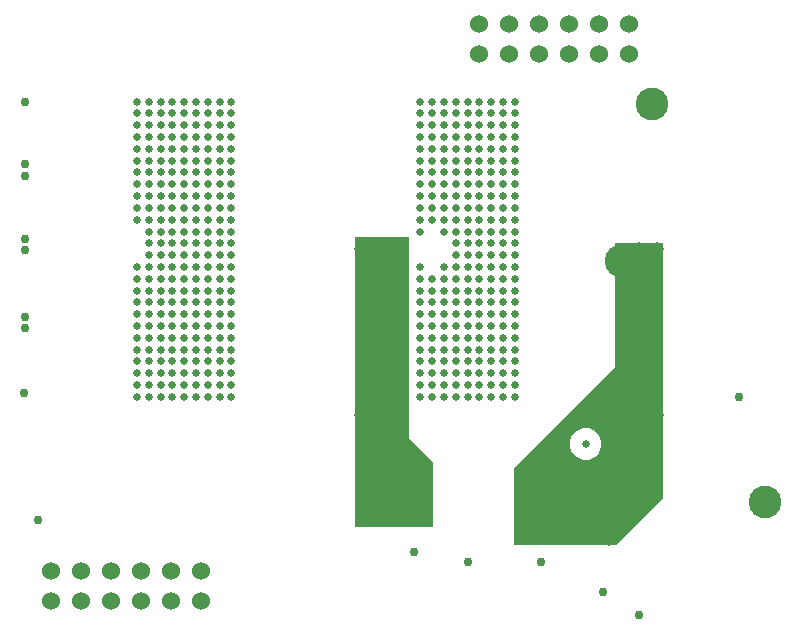
<source format=gbr>
G04 EAGLE Gerber RS-274X export*
G75*
%MOMM*%
%FSLAX34Y34*%
%LPD*%
%INCopper Layer 2*%
%IPPOS*%
%AMOC8*
5,1,8,0,0,1.08239X$1,22.5*%
G01*
%ADD10C,2.760000*%
%ADD11C,1.524000*%
%ADD12C,0.656400*%
%ADD13C,0.756400*%
%ADD14C,1.206400*%
%ADD15C,1.156400*%
%ADD16C,0.812800*%

G36*
X525050Y84631D02*
X525050Y84631D01*
X525101Y84633D01*
X525123Y84646D01*
X525149Y84650D01*
X525159Y84657D01*
X525169Y84659D01*
X525198Y84683D01*
X525220Y84698D01*
X525253Y84716D01*
X525259Y84724D01*
X525269Y84731D01*
X565269Y124731D01*
X565309Y124796D01*
X565353Y124858D01*
X565355Y124870D01*
X565360Y124878D01*
X565364Y124915D01*
X565380Y125000D01*
X565380Y340000D01*
X565369Y340050D01*
X565367Y340101D01*
X565349Y340133D01*
X565341Y340169D01*
X565308Y340208D01*
X565284Y340253D01*
X565254Y340274D01*
X565231Y340302D01*
X565184Y340323D01*
X565142Y340353D01*
X565100Y340361D01*
X565072Y340373D01*
X565042Y340372D01*
X565000Y340380D01*
X525000Y340380D01*
X524950Y340369D01*
X524899Y340367D01*
X524867Y340349D01*
X524831Y340341D01*
X524792Y340308D01*
X524747Y340284D01*
X524726Y340254D01*
X524698Y340231D01*
X524677Y340184D01*
X524647Y340142D01*
X524639Y340100D01*
X524627Y340072D01*
X524628Y340042D01*
X524620Y340000D01*
X524620Y235158D01*
X439731Y150269D01*
X439723Y150255D01*
X439720Y150253D01*
X439718Y150247D01*
X439698Y150231D01*
X439677Y150184D01*
X439647Y150142D01*
X439645Y150130D01*
X439640Y150122D01*
X439637Y150096D01*
X439627Y150072D01*
X439628Y150042D01*
X439620Y150000D01*
X439620Y85000D01*
X439631Y84950D01*
X439633Y84899D01*
X439651Y84867D01*
X439659Y84831D01*
X439692Y84792D01*
X439716Y84747D01*
X439746Y84726D01*
X439769Y84698D01*
X439816Y84677D01*
X439858Y84647D01*
X439900Y84639D01*
X439928Y84627D01*
X439958Y84628D01*
X440000Y84620D01*
X525000Y84620D01*
X525050Y84631D01*
G37*
G36*
X370050Y99631D02*
X370050Y99631D01*
X370101Y99633D01*
X370133Y99651D01*
X370169Y99659D01*
X370208Y99692D01*
X370253Y99716D01*
X370274Y99746D01*
X370302Y99769D01*
X370323Y99816D01*
X370353Y99858D01*
X370361Y99900D01*
X370373Y99928D01*
X370372Y99958D01*
X370380Y100000D01*
X370380Y155000D01*
X370363Y155074D01*
X370350Y155149D01*
X370343Y155159D01*
X370341Y155169D01*
X370317Y155198D01*
X370269Y155269D01*
X350380Y175158D01*
X350380Y345000D01*
X350369Y345050D01*
X350367Y345101D01*
X350349Y345133D01*
X350341Y345169D01*
X350308Y345208D01*
X350284Y345253D01*
X350254Y345274D01*
X350231Y345302D01*
X350184Y345323D01*
X350142Y345353D01*
X350100Y345361D01*
X350072Y345373D01*
X350042Y345372D01*
X350000Y345380D01*
X305000Y345380D01*
X304950Y345369D01*
X304899Y345367D01*
X304867Y345349D01*
X304831Y345341D01*
X304792Y345308D01*
X304747Y345284D01*
X304726Y345254D01*
X304698Y345231D01*
X304677Y345184D01*
X304647Y345142D01*
X304639Y345100D01*
X304627Y345072D01*
X304628Y345042D01*
X304620Y345000D01*
X304620Y100000D01*
X304631Y99950D01*
X304633Y99899D01*
X304651Y99867D01*
X304659Y99831D01*
X304692Y99792D01*
X304716Y99747D01*
X304746Y99726D01*
X304769Y99698D01*
X304816Y99677D01*
X304858Y99647D01*
X304900Y99639D01*
X304928Y99627D01*
X304958Y99628D01*
X305000Y99620D01*
X370000Y99620D01*
X370050Y99631D01*
G37*
%LPC*%
G36*
X497358Y156717D02*
X497358Y156717D01*
X492476Y158739D01*
X488739Y162476D01*
X486717Y167358D01*
X486717Y172642D01*
X488739Y177524D01*
X492476Y181261D01*
X497358Y183283D01*
X502642Y183283D01*
X507524Y181261D01*
X511261Y177524D01*
X513283Y172642D01*
X513283Y167358D01*
X511261Y162476D01*
X507524Y158739D01*
X502642Y156717D01*
X497358Y156717D01*
G37*
%LPD*%
D10*
X320000Y315000D03*
X530000Y325000D03*
X556000Y458000D03*
X652000Y121000D03*
D11*
X47000Y37000D03*
X47000Y62400D03*
X72400Y37000D03*
X72400Y62400D03*
X97800Y37000D03*
X97800Y62400D03*
X123200Y37000D03*
X123200Y62400D03*
X148600Y37000D03*
X148600Y62400D03*
X174000Y37000D03*
X174000Y62400D03*
X410000Y500000D03*
X410000Y525400D03*
X435400Y500000D03*
X435400Y525400D03*
X460800Y500000D03*
X460800Y525400D03*
X486200Y500000D03*
X486200Y525400D03*
X511600Y500000D03*
X511600Y525400D03*
X537000Y500000D03*
X537000Y525400D03*
D12*
X360000Y460000D03*
X360000Y450000D03*
X360000Y440000D03*
X360000Y430000D03*
X360000Y420000D03*
X360000Y410000D03*
X360000Y400000D03*
X360000Y390000D03*
X360000Y380000D03*
X360000Y370000D03*
X360000Y360000D03*
X360000Y350000D03*
X370000Y360000D03*
X370000Y370000D03*
X370000Y380000D03*
X370000Y390000D03*
X370000Y400000D03*
X370000Y410000D03*
X370000Y420000D03*
X370000Y430000D03*
X370000Y440000D03*
X370000Y450000D03*
X370000Y460000D03*
X380000Y460000D03*
X380000Y450000D03*
X380000Y440000D03*
X380000Y430000D03*
X380000Y420000D03*
X380000Y410000D03*
X380000Y400000D03*
X380000Y390000D03*
X380000Y380000D03*
X380000Y370000D03*
X380000Y360000D03*
X380000Y350000D03*
X390000Y460000D03*
X390000Y450000D03*
X390000Y440000D03*
X390000Y430000D03*
X390000Y420000D03*
X390000Y410000D03*
X390000Y400000D03*
X390000Y390000D03*
X390000Y380000D03*
X390000Y370000D03*
X390000Y360000D03*
X390000Y350000D03*
X390000Y340000D03*
X400000Y340000D03*
X400000Y350000D03*
X400000Y360000D03*
X400000Y370000D03*
X400000Y380000D03*
X400000Y390000D03*
X400000Y400000D03*
X400000Y410000D03*
X400000Y420000D03*
X400000Y430000D03*
X400000Y440000D03*
X400000Y450000D03*
X400000Y460000D03*
X410000Y460000D03*
X410000Y450000D03*
X410000Y440000D03*
X410000Y430000D03*
X410000Y420000D03*
X410000Y410000D03*
X410000Y400000D03*
X410000Y390000D03*
X410000Y380000D03*
X410000Y370000D03*
X410000Y360000D03*
X410000Y350000D03*
X410000Y340000D03*
X420000Y460000D03*
X420000Y450000D03*
X420000Y440000D03*
X420000Y430000D03*
X420000Y420000D03*
X420000Y410000D03*
X420000Y400000D03*
X420000Y390000D03*
X420000Y380000D03*
X420000Y370000D03*
X420000Y360000D03*
X420000Y350000D03*
X420000Y340000D03*
X430000Y340000D03*
X430000Y350000D03*
X430000Y360000D03*
X430000Y370000D03*
X430000Y380000D03*
X430000Y390000D03*
X430000Y400000D03*
X430000Y410000D03*
X430000Y420000D03*
X430000Y430000D03*
X430000Y440000D03*
X430000Y450000D03*
X430000Y460000D03*
X440000Y460000D03*
X440000Y450000D03*
X440000Y440000D03*
X440000Y430000D03*
X440000Y420000D03*
X440000Y410000D03*
X440000Y400000D03*
X440000Y390000D03*
X440000Y380000D03*
X440000Y370000D03*
X440000Y360000D03*
X440000Y350000D03*
X440000Y340000D03*
X360000Y320000D03*
X360000Y310000D03*
X360000Y300000D03*
X360000Y290000D03*
X360000Y280000D03*
X360000Y270000D03*
X360000Y260000D03*
X360000Y250000D03*
X360000Y240000D03*
X360000Y230000D03*
X360000Y220000D03*
X360000Y210000D03*
X370000Y210000D03*
X370000Y220000D03*
X370000Y230000D03*
X370000Y240000D03*
X370000Y250000D03*
X370000Y260000D03*
X370000Y270000D03*
X370000Y280000D03*
X370000Y290000D03*
X370000Y300000D03*
X370000Y310000D03*
X380000Y320000D03*
X380000Y310000D03*
X380000Y300000D03*
X380000Y290000D03*
X380000Y280000D03*
X380000Y270000D03*
X380000Y260000D03*
X380000Y250000D03*
X380000Y240000D03*
X380000Y230000D03*
X380000Y220000D03*
X380000Y210000D03*
X390000Y330000D03*
X390000Y320000D03*
X390000Y310000D03*
X390000Y300000D03*
X390000Y290000D03*
X390000Y280000D03*
X390000Y270000D03*
X390000Y260000D03*
X390000Y250000D03*
X390000Y240000D03*
X390000Y230000D03*
X390000Y220000D03*
X390000Y210000D03*
X400000Y210000D03*
X400000Y220000D03*
X400000Y230000D03*
X400000Y240000D03*
X400000Y250000D03*
X400000Y260000D03*
X400000Y270000D03*
X400000Y280000D03*
X400000Y290000D03*
X400000Y300000D03*
X400000Y310000D03*
X400000Y320000D03*
X400000Y330000D03*
X410000Y330000D03*
X410000Y320000D03*
X410000Y310000D03*
X410000Y300000D03*
X410000Y290000D03*
X410000Y280000D03*
X410000Y270000D03*
X410000Y260000D03*
X410000Y250000D03*
X410000Y240000D03*
X410000Y230000D03*
X410000Y220000D03*
X410000Y210000D03*
X420000Y330000D03*
X420000Y320000D03*
X420000Y310000D03*
X420000Y300000D03*
X420000Y290000D03*
X420000Y280000D03*
X420000Y270000D03*
X420000Y260000D03*
X420000Y250000D03*
X420000Y240000D03*
X420000Y230000D03*
X420000Y220000D03*
X420000Y210000D03*
X430000Y210000D03*
X430000Y220000D03*
X430000Y230000D03*
X430000Y240000D03*
X430000Y250000D03*
X430000Y260000D03*
X430000Y270000D03*
X430000Y280000D03*
X430000Y290000D03*
X430000Y300000D03*
X430000Y310000D03*
X430000Y320000D03*
X430000Y330000D03*
X440000Y330000D03*
X440000Y320000D03*
X440000Y310000D03*
X440000Y300000D03*
X440000Y290000D03*
X440000Y280000D03*
X440000Y270000D03*
X440000Y260000D03*
X440000Y250000D03*
X440000Y240000D03*
X440000Y230000D03*
X440000Y220000D03*
X440000Y210000D03*
D13*
X630000Y210000D03*
D12*
X120000Y460000D03*
X120000Y450000D03*
X120000Y440000D03*
X120000Y430000D03*
X120000Y420000D03*
X120000Y410000D03*
X120000Y400000D03*
X120000Y390000D03*
X120000Y380000D03*
X120000Y370000D03*
X120000Y360000D03*
X130000Y340000D03*
X130000Y350000D03*
X130000Y360000D03*
X130000Y370000D03*
X130000Y380000D03*
X130000Y390000D03*
X130000Y400000D03*
X130000Y410000D03*
X130000Y420000D03*
X130000Y430000D03*
X130000Y440000D03*
X130000Y450000D03*
X130000Y460000D03*
X140000Y460000D03*
X140000Y450000D03*
X140000Y440000D03*
X140000Y430000D03*
X140000Y420000D03*
X140000Y410000D03*
X140000Y400000D03*
X140000Y390000D03*
X140000Y380000D03*
X140000Y370000D03*
X140000Y360000D03*
X140000Y350000D03*
X140000Y340000D03*
X150000Y460000D03*
X150000Y450000D03*
X150000Y440000D03*
X150000Y430000D03*
X150000Y420000D03*
X150000Y410000D03*
X150000Y400000D03*
X150000Y390000D03*
X150000Y380000D03*
X150000Y370000D03*
X150000Y360000D03*
X150000Y350000D03*
X150000Y340000D03*
X160000Y340000D03*
X160000Y350000D03*
X160000Y360000D03*
X160000Y370000D03*
X160000Y380000D03*
X160000Y390000D03*
X160000Y400000D03*
X160000Y410000D03*
X160000Y420000D03*
X160000Y430000D03*
X160000Y440000D03*
X160000Y450000D03*
X160000Y460000D03*
X170000Y460000D03*
X170000Y450000D03*
X170000Y440000D03*
X170000Y430000D03*
X170000Y420000D03*
X170000Y410000D03*
X170000Y400000D03*
X170000Y390000D03*
X170000Y380000D03*
X170000Y370000D03*
X170000Y360000D03*
X170000Y350000D03*
X170000Y340000D03*
X180000Y460000D03*
X180000Y450000D03*
X180000Y440000D03*
X180000Y430000D03*
X180000Y420000D03*
X180000Y410000D03*
X180000Y400000D03*
X180000Y390000D03*
X180000Y380000D03*
X180000Y370000D03*
X180000Y360000D03*
X180000Y350000D03*
X180000Y340000D03*
X190000Y340000D03*
X190000Y350000D03*
X190000Y360000D03*
X190000Y370000D03*
X190000Y380000D03*
X190000Y390000D03*
X190000Y400000D03*
X190000Y410000D03*
X190000Y420000D03*
X190000Y430000D03*
X190000Y440000D03*
X190000Y450000D03*
X190000Y460000D03*
X200000Y460000D03*
X200000Y450000D03*
X200000Y440000D03*
X200000Y430000D03*
X200000Y420000D03*
X200000Y410000D03*
X200000Y400000D03*
X200000Y390000D03*
X200000Y380000D03*
X200000Y370000D03*
X200000Y360000D03*
X200000Y350000D03*
X200000Y340000D03*
X120000Y320000D03*
X120000Y310000D03*
X120000Y300000D03*
X120000Y290000D03*
X120000Y280000D03*
X120000Y270000D03*
X120000Y260000D03*
X120000Y250000D03*
X120000Y240000D03*
X120000Y230000D03*
X120000Y220000D03*
X120000Y210000D03*
X130000Y210000D03*
X130000Y220000D03*
X130000Y230000D03*
X130000Y240000D03*
X130000Y250000D03*
X130000Y260000D03*
X130000Y270000D03*
X130000Y280000D03*
X130000Y290000D03*
X130000Y300000D03*
X130000Y310000D03*
X130000Y320000D03*
X130000Y330000D03*
X140000Y330000D03*
X140000Y320000D03*
X140000Y310000D03*
X140000Y300000D03*
X140000Y290000D03*
X140000Y280000D03*
X140000Y270000D03*
X140000Y260000D03*
X140000Y250000D03*
X140000Y240000D03*
X140000Y230000D03*
X140000Y220000D03*
X140000Y210000D03*
X150000Y330000D03*
X150000Y320000D03*
X150000Y310000D03*
X150000Y300000D03*
X150000Y290000D03*
X150000Y280000D03*
X150000Y270000D03*
X150000Y260000D03*
X150000Y250000D03*
X150000Y240000D03*
X150000Y230000D03*
X150000Y220000D03*
X150000Y210000D03*
X160000Y210000D03*
X160000Y220000D03*
X160000Y230000D03*
X160000Y240000D03*
X160000Y250000D03*
X160000Y260000D03*
X160000Y270000D03*
X160000Y280000D03*
X160000Y290000D03*
X160000Y300000D03*
X160000Y310000D03*
X160000Y320000D03*
X160000Y330000D03*
X170000Y330000D03*
X170000Y320000D03*
X170000Y310000D03*
X170000Y300000D03*
X170000Y290000D03*
X170000Y280000D03*
X170000Y270000D03*
X170000Y260000D03*
X170000Y250000D03*
X170000Y240000D03*
X170000Y230000D03*
X170000Y220000D03*
X170000Y210000D03*
X180000Y330000D03*
X180000Y320000D03*
X180000Y310000D03*
X180000Y300000D03*
X180000Y290000D03*
X180000Y280000D03*
X180000Y270000D03*
X180000Y260000D03*
X180000Y250000D03*
X180000Y240000D03*
X180000Y230000D03*
X180000Y220000D03*
X180000Y210000D03*
X190000Y210000D03*
X190000Y220000D03*
X190000Y230000D03*
X190000Y240000D03*
X190000Y250000D03*
X190000Y260000D03*
X190000Y270000D03*
X190000Y280000D03*
X190000Y290000D03*
X190000Y300000D03*
X190000Y310000D03*
X190000Y320000D03*
X190000Y330000D03*
X200000Y330000D03*
X200000Y320000D03*
X200000Y310000D03*
X200000Y300000D03*
X200000Y290000D03*
X200000Y280000D03*
X200000Y270000D03*
X200000Y260000D03*
X200000Y250000D03*
X200000Y240000D03*
X200000Y230000D03*
X200000Y220000D03*
X200000Y210000D03*
D13*
X36000Y106000D03*
D14*
X325000Y335000D03*
D15*
X364166Y108834D03*
D16*
X361166Y108834D01*
X356000Y114000D01*
X356000Y155000D01*
D15*
X352166Y108834D03*
X310000Y195000D03*
X310000Y335000D03*
X325000Y195000D03*
D16*
X335000Y155000D02*
X356000Y155000D01*
D13*
X355000Y79000D03*
D15*
X450000Y137000D03*
X460000Y147000D03*
X545000Y195000D03*
X560000Y195000D03*
X560000Y335000D03*
X545000Y335000D03*
X520000Y90000D03*
X520000Y105000D03*
D12*
X500000Y170000D03*
D13*
X25000Y268000D03*
X25000Y278000D03*
X25000Y334000D03*
X25000Y344000D03*
X25000Y397000D03*
X25000Y407000D03*
X25000Y460000D03*
X24000Y213000D03*
X515000Y45000D03*
X545000Y25000D03*
X462000Y70000D03*
X400000Y70000D03*
M02*

</source>
